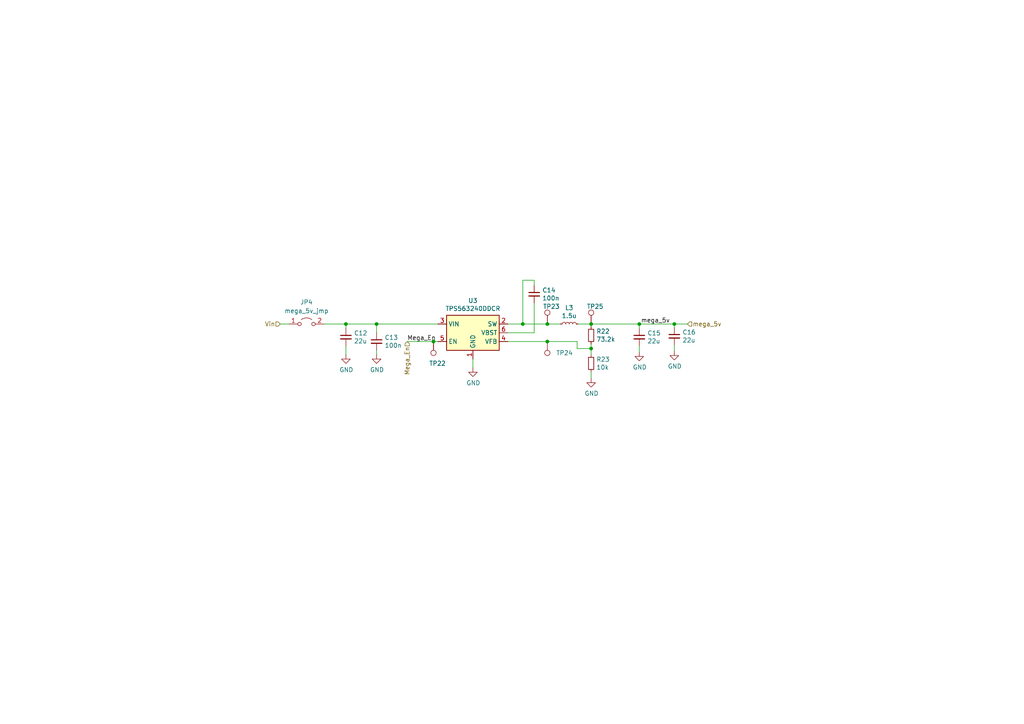
<source format=kicad_sch>
(kicad_sch (version 20230121) (generator eeschema)
  (paper "A4")
  (lib_symbols
    (symbol "Device:C_Small" (pin_numbers hide) (pin_names (offset 0.254) hide)
      (property "Reference" "C" (at 0.254 1.778 0))
      (property "Value" "C_Small" (at 0.254 -2.032 0))
      (symbol "C_Small_0_1"
        (polyline (pts (xy -1.524 -0.508) (xy 1.524 -0.508)) (stroke (width 0.3302)))
        (polyline (pts (xy -1.524 0.508) (xy 1.524 0.508)) (stroke (width 0.3048)))
      )
      (symbol "C_Small_1_1"
        (pin passive line (at 0 2.54 270) (length 2.032) (name "~") (number "1"))
        (pin passive line (at 0 -2.54 90) (length 2.032) (name "~") (number "2"))
      )
    )
    (symbol "Device:L_Small" (pin_numbers hide) (pin_names (offset 0.254) hide)
      (property "Reference" "L" (at 0.762 1.016 0))
      (property "Value" "L_Small" (at 0.762 -1.016 0))
      (symbol "L_Small_0_1"
        (arc (start 0 -2.032) (mid 0.5058 -1.524) (end 0 -1.016))
        (arc (start 0 -1.016) (mid 0.5058 -0.508) (end 0 0))
        (arc (start 0 0) (mid 0.5058 0.508) (end 0 1.016))
        (arc (start 0 1.016) (mid 0.5058 1.524) (end 0 2.032))
      )
      (symbol "L_Small_1_1"
        (pin passive line (at 0 2.54 270) (length 0.508) (name "~") (number "1"))
        (pin passive line (at 0 -2.54 90) (length 0.508) (name "~") (number "2"))
      )
    )
    (symbol "Device:R_Small" (pin_numbers hide) (pin_names (offset 0.254) hide)
      (property "Reference" "R" (at 0.762 0.508 0))
      (property "Value" "R_Small" (at 0.762 -1.016 0))
      (symbol "R_Small_0_1"
        (rectangle (start -0.762 1.778) (end 0.762 -1.778) (stroke (width 0.2032)))
      )
      (symbol "R_Small_1_1"
        (pin passive line (at 0 2.54 270) (length 0.762) (name "~") (number "1"))
        (pin passive line (at 0 -2.54 90) (length 0.762) (name "~") (number "2"))
      )
    )
    (symbol "Jumper:Jumper_2_Open" (pin_names (offset 0) hide)
      (property "Reference" "JP" (at 0 2.794 0))
      (property "Value" "Jumper_2_Open" (at 0 -2.286 0))
      (symbol "Jumper_2_Open_0_0"
        (circle (center -2.032 0) (radius 0.508))
        (circle (center 2.032 0) (radius 0.508))
      )
      (symbol "Jumper_2_Open_0_1"
        (arc (start 1.524 1.27) (mid 0 1.778) (end -1.524 1.27))
      )
      (symbol "Jumper_2_Open_1_1"
        (pin passive line (at -5.08 0 0) (length 2.54) (name "A") (number "1"))
        (pin passive line (at 5.08 0 180) (length 2.54) (name "B") (number "2"))
      )
    )
    (symbol "My Library:TestPoint_Harwin" (pin_numbers hide) (pin_names (offset 0.762) hide)
      (property "Reference" "TP" (at 0 6.858 0))
      (symbol "TestPoint_Harwin_0_1"
        (circle (center 0 3.302) (radius 0.762))
      )
      (symbol "TestPoint_Harwin_1_1"
        (pin passive line (at 0 0 90) (length 2.54) (name "1") (number "1"))
      )
    )
    (symbol "TO3-Switching-Supply-rescue:TPS563200-Regulator_Switching"
      (property "Reference" "U" (at -7.62 6.35 0))
      (property "Value" "TPS563200-Regulator_Switching" (at -2.54 6.35 0))
      (symbol "TPS563200-Regulator_Switching_0_1"
        (rectangle (start -7.62 5.08) (end 7.62 -5.08) (stroke (width 0.254)) (fill (type background)))
      )
      (symbol "TPS563200-Regulator_Switching_1_1"
        (pin power_in line (at 0 -7.62 90) (length 2.54) (name "GND") (number "1"))
        (pin output line (at 10.16 2.54 180) (length 2.54) (name "SW") (number "2"))
        (pin power_in line (at -10.16 2.54 0) (length 2.54) (name "VIN") (number "3"))
        (pin input line (at 10.16 -2.54 180) (length 2.54) (name "VFB") (number "4"))
        (pin input line (at -10.16 -2.54 0) (length 2.54) (name "EN") (number "5"))
        (pin passive line (at 10.16 0 180) (length 2.54) (name "VBST") (number "6"))
      )
    )
    (symbol "power:GND" (power) (pin_names (offset 0))
      (property "Value" "GND" (at 0 -3.81 0))
      (symbol "GND_0_1"
        (polyline (pts (xy 0 0) (xy 0 -1.27) (xy 1.27 -1.27) (xy 0 -2.54) (xy -1.27 -1.27) (xy 0 -1.27)))
      )
      (symbol "GND_1_1"
        (pin power_in line (at 0 0 270) (length 0) hide (name "GND") (number "1"))
      )
    )
  )
  (junction (at 185.42 93.98))
  (junction (at 125.73 99.06))
  (junction (at 158.75 99.06))
  (junction (at 171.45 93.98))
  (junction (at 158.75 93.98))
  (junction (at 109.22 93.98))
  (junction (at 195.58 93.98))
  (junction (at 100.33 93.98))
  (junction (at 151.638 93.98))
  (junction (at 171.45 101.092))
  (wire (pts (xy 171.45 101.092) (xy 171.45 102.87)))
  (wire (pts (xy 167.386 99.06) (xy 167.386 101.092)))
  (wire (pts (xy 147.32 99.06) (xy 158.75 99.06)))
  (wire (pts (xy 158.75 99.06) (xy 167.386 99.06)))
  (wire (pts (xy 100.33 102.87) (xy 100.33 100.33)))
  (wire (pts (xy 100.33 93.98) (xy 100.33 95.25)))
  (wire (pts (xy 109.22 96.52) (xy 109.22 93.98)))
  (wire (pts (xy 154.94 82.804) (xy 154.94 81.28)))
  (wire (pts (xy 185.42 95.25) (xy 185.42 93.98)))
  (wire (pts (xy 109.22 102.87) (xy 109.22 101.6)))
  (wire (pts (xy 81.28 93.98) (xy 83.82 93.98)))
  (wire (pts (xy 154.94 87.884) (xy 154.94 96.52)))
  (wire (pts (xy 154.94 96.52) (xy 147.32 96.52)))
  (wire (pts (xy 171.45 109.728) (xy 171.45 107.95)))
  (wire (pts (xy 195.58 101.854) (xy 195.58 100.076)))
  (wire (pts (xy 185.42 102.108) (xy 185.42 100.33)))
  (wire (pts (xy 151.638 93.98) (xy 158.75 93.98)))
  (wire (pts (xy 100.33 93.98) (xy 109.22 93.98)))
  (wire (pts (xy 185.42 93.98) (xy 195.58 93.98)))
  (wire (pts (xy 171.45 93.98) (xy 185.42 93.98)))
  (wire (pts (xy 151.638 81.28) (xy 151.638 93.98)))
  (wire (pts (xy 171.45 93.98) (xy 171.45 94.742)))
  (wire (pts (xy 109.22 93.98) (xy 127 93.98)))
  (wire (pts (xy 125.73 99.06) (xy 127 99.06)))
  (wire (pts (xy 195.58 93.98) (xy 199.39 93.98)))
  (wire (pts (xy 158.75 93.98) (xy 162.56 93.98)))
  (wire (pts (xy 154.94 81.28) (xy 151.638 81.28)))
  (wire (pts (xy 167.386 101.092) (xy 171.45 101.092)))
  (wire (pts (xy 137.16 106.68) (xy 137.16 104.14)))
  (wire (pts (xy 167.64 93.98) (xy 171.45 93.98)))
  (wire (pts (xy 93.98 93.98) (xy 100.33 93.98)))
  (wire (pts (xy 147.32 93.98) (xy 151.638 93.98)))
  (wire (pts (xy 118.11 99.06) (xy 125.73 99.06)))
  (wire (pts (xy 171.45 99.822) (xy 171.45 101.092)))
  (wire (pts (xy 195.58 93.98) (xy 195.58 94.996)))
  (label "mega_5v" (at 194.31 93.98 180))
  (label "Mega_En" (at 118.11 99.06 0))
  (hierarchical_label "Mega_En" (shape input) (at 118.11 99.06 270))
  (hierarchical_label "mega_5v" (shape input) (at 199.39 93.98 0))
  (hierarchical_label "Vin" (shape input) (at 81.28 93.98 180))
  (symbol (lib_id "Device:R_Small") (at 171.45 105.41 180) (unit 1)
    (property "Reference" "R23" (at 172.9486 104.2416 0) (effects (justify right)))
    (property "Value" "10k" (at 172.9486 106.553 0) (effects (justify right)))
    (property "Footprint" "Resistor_SMD:R_0603_1608Metric" (effects hide))
  )
  (symbol (lib_id "My Library:TestPoint_Harwin") (at 171.45 93.98 0) (unit 1)
    (property "Reference" "TP25" (at 170.18 88.9 0) (effects (justify left)))
    (property "Value" "TestPoint_Harwin" (effects hide))
    (property "Footprint" "My Libraries:Harwin-S1751-46-Test-Point" (effects hide))
  )
  (symbol (lib_id "power:GND") (at 171.45 109.728 0) (unit 1)
    (property "Reference" "#PWR05" (effects hide))
    (property "Value" "GND" (at 171.577 114.1222 0))
  )
  (symbol (lib_id "My Library:TestPoint_Harwin") (at 125.73 99.06 180) (unit 1)
    (property "Reference" "TP22" (at 124.46 105.41 0) (effects (justify right)))
    (property "Value" "TestPoint_Harwin" (effects hide))
    (property "Footprint" "My Libraries:Harwin-S1751-46-Test-Point" (effects hide))
  )
  (symbol (lib_id "power:GND") (at 195.58 101.854 0) (unit 1)
    (property "Reference" "#PWR07" (effects hide))
    (property "Value" "GND" (at 195.707 106.2482 0))
  )
  (symbol (lib_id "Device:R_Small") (at 171.45 97.282 180) (unit 1)
    (property "Reference" "R22" (at 172.9486 96.1136 0) (effects (justify right)))
    (property "Value" "73.2k" (at 172.9486 98.425 0) (effects (justify right)))
    (property "Footprint" "Resistor_SMD:R_0603_1608Metric" (effects hide))
  )
  (symbol (lib_id "Device:L_Small") (at 165.1 93.98 90) (unit 1)
    (property "Reference" "L3" (at 165.1 89.281 90))
    (property "Value" "1.5u" (at 165.1 91.5924 90))
    (property "Footprint" "Inductor_SMD:L_Bourns_SRP5030T" (effects hide))
    (property "Datasheet" "https://datasheet.octopart.com/SRP5030T-1R5M-Bourns-datasheet-15766153.pdf" (effects hide))
    (property "ESR" "21.5m" (effects hide))
    (property "MFN" "SRP5030T-1R5M" (effects hide))
  )
  (symbol (lib_id "power:GND") (at 100.33 102.87 0) (unit 1)
    (property "Reference" "#PWR02" (effects hide))
    (property "Value" "GND" (at 100.457 107.2642 0))
  )
  (symbol (lib_id "Device:C_Small") (at 154.94 85.344 0) (unit 1)
    (property "Reference" "C14" (at 157.2768 84.1756 0) (effects (justify left)))
    (property "Value" "100n" (at 157.2768 86.487 0) (effects (justify left)))
    (property "Footprint" "Capacitor_SMD:C_0603_1608Metric" (effects hide))
  )
  (symbol (lib_id "My Library:TestPoint_Harwin") (at 158.75 99.06 180) (unit 1)
    (property "Reference" "TP24" (at 161.29 102.3619 0) (effects (justify right)))
    (property "Value" "TestPoint_Harwin" (effects hide))
    (property "Footprint" "My Libraries:Harwin-S1751-46-Test-Point" (effects hide))
  )
  (symbol (lib_id "Device:C_Small") (at 109.22 99.06 0) (unit 1)
    (property "Reference" "C13" (at 111.5568 97.8916 0) (effects (justify left)))
    (property "Value" "100n" (at 111.5568 100.203 0) (effects (justify left)))
    (property "Footprint" "Capacitor_SMD:C_0603_1608Metric" (effects hide))
  )
  (symbol (lib_id "Device:C_Small") (at 195.58 97.536 0) (unit 1)
    (property "Reference" "C16" (at 197.9168 96.3676 0) (effects (justify left)))
    (property "Value" "22u" (at 197.9168 98.679 0) (effects (justify left)))
    (property "Footprint" "Capacitor_SMD:C_0805_2012Metric" (effects hide))
    (property "ESR" "3.71m" (effects hide))
  )
  (symbol (lib_id "TO3-Switching-Supply-rescue:TPS563200-Regulator_Switching") (at 137.16 96.52 0) (unit 1)
    (property "Reference" "U3" (at 137.16 87.1982 0))
    (property "Value" "TPS563240DDCR" (at 137.16 89.5096 0))
    (property "Footprint" "Package_TO_SOT_SMD:SOT-23-6" (effects hide))
    (property "Datasheet" "https://www.ti.com/lit/ds/symlink/tps563240.pdf?ts=1603327885042&ref_url=https%253A%252F%252Fwww.ti.com%252Fstore%252Fti%252Fen%252Fp%252Fproduct%252F%253Fp%253DTPS563240DDCR" (effects hide))
  )
  (symbol (lib_id "Device:C_Small") (at 185.42 97.79 0) (unit 1)
    (property "Reference" "C15" (at 187.7568 96.6216 0) (effects (justify left)))
    (property "Value" "22u" (at 187.7568 98.933 0) (effects (justify left)))
    (property "Footprint" "Capacitor_SMD:C_0805_2012Metric" (effects hide))
    (property "ESR" "3.71m" (effects hide))
  )
  (symbol (lib_id "power:GND") (at 109.22 102.87 0) (unit 1)
    (property "Reference" "#PWR03" (effects hide))
    (property "Value" "GND" (at 109.347 107.2642 0))
  )
  (symbol (lib_id "power:GND") (at 137.16 106.68 0) (unit 1)
    (property "Reference" "#PWR04" (effects hide))
    (property "Value" "GND" (at 137.287 111.0742 0))
  )
  (symbol (lib_id "power:GND") (at 185.42 102.108 0) (unit 1)
    (property "Reference" "#PWR06" (effects hide))
    (property "Value" "GND" (at 185.547 106.5022 0))
  )
  (symbol (lib_id "Jumper:Jumper_2_Open") (at 88.9 93.98 0) (unit 1)
    (property "Reference" "JP4" (at 88.9 87.63 0))
    (property "Value" "mega_5v_jmp" (at 88.9 90.17 0))
    (property "Footprint" "Jumper:SolderJumper-2_P1.3mm_Open_TrianglePad1.0x1.5mm" (effects hide))
  )
  (symbol (lib_id "My Library:TestPoint_Harwin") (at 158.75 93.98 0) (unit 1)
    (property "Reference" "TP23" (at 157.48 88.9 0) (effects (justify left)))
    (property "Value" "TestPoint_Harwin" (effects hide))
    (property "Footprint" "My Libraries:Harwin-S1751-46-Test-Point" (effects hide))
  )
  (symbol (lib_id "Device:C_Small") (at 100.33 97.79 0) (unit 1)
    (property "Reference" "C12" (at 102.6668 96.6216 0) (effects (justify left)))
    (property "Value" "22u" (at 102.6668 98.933 0) (effects (justify left)))
    (property "Footprint" "Capacitor_SMD:C_0805_2012Metric" (effects hide))
    (property "ESR" "2.05 mOhm" (effects hide))
  )
)
</source>
